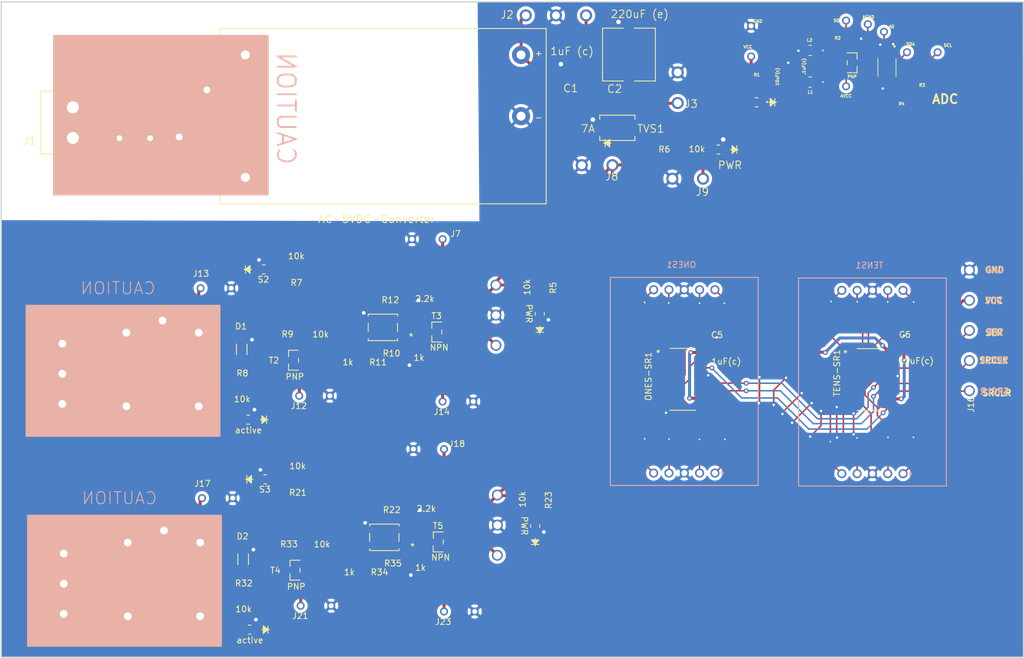
<source format=kicad_pcb>
(kicad_pcb (version 20240108) (generator "pcbnew") (generator_version "8.0")
  (layers (0 "F.Cu" signal) (1 "In1.Cu" power) (2 "In2.Cu" power) (31 "B.Cu" signal) (34 "B.Paste" user) (35 "F.Paste" user) (36 "B.SilkS" user "B.Silkscreen") (37 "F.SilkS" user "F.Silkscreen") (38 "B.Mask" user) (39 "F.Mask" user) (44 "Edge.Cuts" user))
  (net 0 "")
  (net 1 "/VCC")
  (net 2 "/GND")
  (net 3 "/COM_INLET")
  (net 4 "/N{slash}O_INLET")
  (net 5 "Net-(Q1-Pad1)")
  (net 6 "/INLET_VCC")
  (net 7 "/AGND")
  (net 8 "/AVCC")
  (net 9 "/A0")
  (net 10 "/SDA")
  (net 11 "/SCL")
  (net 12 "/O6")
  (net 13 "/O4")
  (net 14 "/O2")
  (net 15 "/O1")
  (net 16 "/O9")
  (net 17 "/O10")
  (net 18 "/O5")
  (net 19 "/O7")
  (net 20 "/T1")
  (net 21 "Net-(ONES1-Pad1)")
  (net 22 "Net-(ONES1-Pad2)")
  (net 23 "Net-(ONES1-Pad4)")
  (net 24 "Net-(ONES1-Pad5)")
  (net 25 "Net-(ONES1-Pad6)")
  (net 26 "Net-(ONES1-Pad7)")
  (net 27 "Net-(ONES1-Pad9)")
  (net 28 "Net-(ONES1-Pad10)")
  (net 30 "/T2")
  (net 31 "/T4")
  (net 32 "/T5")
  (net 33 "/T10")
  (net 34 "/T9")
  (net 35 "/T7")
  (net 36 "/T6")
  (net 37 "/SRCLK")
  (net 38 "/RCLK")
  (net 39 "/SER")
  (net 40 "/QH")
  (net 41 "Net-(R9-Pad2)")
  (net 42 "Net-(R14-Pad1)")
  (net 43 "/LIVE")
  (net 44 "/Neutral")
  (net 45 "Net-(u1-AC_L)")
  (net 46 "/S2")
  (net 47 "/S1")
  (net 48 "/OUTLET_VCC")
  (net 49 "Net-(R10-Pad2)")
  (net 50 "Net-(R11-Pad2)")
  (net 51 "Net-(R12-Pad2)")
  (net 52 "Net-(R13-Pad1)")
  (net 53 "Net-(R15-Pad1)")
  (net 54 "Net-(R16-Pad1)")
  (net 55 "Net-(J4-Pin_1)")
  (net 56 "Net-(J8-Pin_1)")
  (net 58 "/S0")
  (net 59 "Net-(R4-Pad1)")
  (net 61 "Net-(LED1-Pad2)")
  (net 62 "J21")
  (net 63 "OUT_PWR")
  (net 64 "J17")
  (net 65 "J12")
  (footprint "pPSI:7A TVS diode" (layer "F.Cu") (at 111.8664 34.2944 180)
    (property "Reference" "TVS1")
    (property "Value" "7A")
  )
  (footprint "pPSI:small signal diode" (layer "F.Cu") (at 49.8196 105.8412 -90)
    (property "Reference" "D2")
    (property "Value" "Small-Signal-Diode" (hide yes))
  )
  (footprint "pPSI:2 pin header" (layer "F.Cu") (at 83.1316 114.4992)
    (property "Reference" "J23")
    (property "Value" "Conn_01x02" (hide yes))
  )
  (footprint "pPSI:5V Relay" (layer "F.Cu") (at 42.690498 103.077899 90)
    (property "Reference" "J22" (hide yes))
    (property "Value" "5V-Relay" (hide yes))
  )
  (footprint "pPSI:green LED" (layer "F.Cu") (at 99.006102 65.153198 90)
    (property "Reference" "PWR")
    (property "Value" "green led" (hide yes))
  )
  (footprint "pPSI:100ohm resistor" (layer "F.Cu") (at 120.4432 87.7539 -90)
    (property "Reference" "R26" (hide yes))
    (property "Value" "100ohm-Resistor" (hide yes))
  )
  (footprint "pPSI:100ohm resistor" (layer "F.Cu") (at 129.6932 87.8237 -90)
    (property "Reference" "R25" (hide yes))
    (property "Value" "100ohm-Resistor" (hide yes))
  )
  (footprint "pPSI:red LED" (layer "F.Cu") (at 50.892248 117.50525 180)
    (property "Reference" "active")
    (property "Value" "red led" (hide yes))
  )
  (footprint "pPSI:100ohm resistor" (layer "F.Cu") (at 125.4932 65.2432 -90)
    (property "Reference" "R15" (hide yes))
    (property "Value" "100ohm-Resistor" (hide yes))
  )
  (footprint "pPSI:10kohm resistor" (layer "F.Cu") (at 58.791448 92.61045)
    (property "Reference" "R21")
    (property "Value" "10k")
  )
  (footprint "pPSI:2 pin header" (layer "F.Cu") (at 121.874 30.1796 90)
    (property "Reference" "J3")
    (property "Value" "Conn_01x02" (hide yes))
  )
  (footprint "pPSI:ac-dc converter" (layer "F.Cu") (at 50.1825 22.204)
    (property "Reference" "u1" (hide yes))
    (property "Value" "AC-5VDC-Converter")
  )
  (footprint "pPSI:100ohm resistor" (layer "F.Cu") (at 129.5932 65.2432 -90)
    (property "Reference" "R14" (hide yes))
    (property "Value" "100ohm-Resistor" (hide yes))
  )
  (footprint "pPSI:100ohm resistor" (layer "F.Cu") (at 116.3932 65.1127 -90)
    (property "Reference" "R13" (hide yes))
    (property "Value" "100ohm-Resistor" (hide yes))
  )
  (footprint "pPSI:1 pin header" (layer "F.Cu") (at 149.8 16.5127 180)
    (property "Reference" "S0")
    (property "Value" "Conn_01x01" (hide yes))
  )
  (footprint "pPSI:green LED" (layer "F.Cu") (at 98.24555 100.347548 90)
    (property "Reference" "PWR")
    (property "Value" "green led" (hide yes))
  )
  (footprint "pPSI:220uF electrolytic capacitor" (layer "F.Cu") (at 113.7968 22.1532 90)
    (property "Reference" "C2")
    (property "Value" "220uF (e)")
  )
  (footprint "pPSI:NPN Transistor" (layer "F.Cu") (at 82.1664 102.9676 90)
    (property "Reference" "T5")
    (property "Value" "NPN")
  )
  (footprint "pPSI:100ohm resistor" (layer "F.Cu") (at 160.9746 87.4737 -90)
    (property "Reference" "R28" (hide yes))
    (property "Value" "100ohm-Resistor" (hide yes))
  )
  (footprint "pPSI:3-pin-terminal-block" (layer "F.Cu") (at 19.830152 70.07575 -90)
    (property "Reference" "J10")
    (property "Value" "~")
  )
  (footprint "pPSI:.1uF ceramic capacitor" (layer "F.Cu") (at 159.3932 70.6432 90)
    (property "Reference" "C6")
    (property "Value" ".1uF(c)")
  )
  (footprint "pPSI:1 pin header" (layer "F.Cu") (at 156.075 18.3677)
    (property "Reference" "J6" (hide yes))
    (property "Value" "Conn_01x01" (hide yes))
  )
  (footprint "pPSI:PNP Transistor" (layer "F.Cu") (at 58.171 72.8318 90)
    (property "Reference" "T2")
    (property "Value" "PNP")
  )
  (footprint "pPSI:10kohm resistor" (layer "F.Cu") (at 157.075 29.5177 90)
    (property "Reference" "R4")
    (property "Value" "10kohm" (hide yes))
  )
  (footprint "pPSI:100ohm resistor" (layer "F.Cu") (at 120.3932 65.1734 -90)
    (property "Reference" "R16" (hide yes))
    (property "Value" "100ohm-Resistor" (hide yes))
  )
  (footprint "pPSI:green LED" (layer "F.Cu") (at 128.634 37.9 180)
    (property "Reference" "LED2" (hide yes))
    (property "Value" "PWR")
  )
  (footprint "pPSI:100ohm resistor" (layer "F.Cu") (at 156.7432 87.4737 -90)
    (property "Reference" "R30" (hide yes))
    (property "Value" "100ohm-Resistor" (hide yes))
  )
  (footprint "pPSI:10kohm resistor" (layer "F.Cu") (at 58.552 57.795)
    (property "Reference" "R7")
    (property "Value" "10k")
  )
  (footprint "pPSI:optocoupler" (layer "F.Cu") (at 72.986152 67.39015 180)
    (property "Reference" "Q1" (hide yes))
    (property "Value" "OPTOCOUPLER" (hide yes))
  )
  (footprint "pPSI:100ohm resistor" (layer "F.Cu") (at 151.6432 64.9932 -90)
    (property "Reference" "R17" (hide yes))
    (property "Value" "100ohm-Resistor" (hide yes))
  )
  (footprint "pPSI:10uF Ceramic Capacitor" (layer "F.Cu") (at 140.25 25.9127 -90)
    (property "Reference" "C4" (hide yes))
    (property "Value" "10uF(c)")
  )
  (footprint "pPSI:red LED" (layer "F.Cu") (at 50.6528 82.6898 180)
    (property "Reference" "active")
    (property "Value" "red led" (hide yes))
  )
  (footprint "pPSI:NPN Transistor" (layer "F.Cu") (at 81.926952 68.15215 90)
    (property "Reference" "T3")
    (property "Value" "NPN")
  )
  (footprint "pPSI:5V Relay" (layer "F.Cu") (at 42.45105 68.262449 90)
    (property "Reference" "J11" (hide yes))
    (property "Value" "5V-Relay" (hide yes))
  )
  (footprint "pPSI:100ohm resistor" (layer "F.Cu") (at 160.9932 65.0432 -90)
    (property "Reference" "R20" (hide yes))
    (property "Value" "100ohm-Resistor" (hide yes))
  )
  (footprint "pPSI:2 pin header" (layer "F.Cu") (at 159.895 21.7677)
    (property "Reference" "J5" (hide yes))
    (property "Value" "2-pin-header" (hide yes))
  )
  (footprint "pPSI:470V Varistor" (layer "F.Cu") (at 41.5084 31.7544 -90)
    (property "Reference" "MOV1")
    (property "Value" "470V-Varistor" (hide yes))
  )
  (footprint "pPSI:10kohm resistor" (layer "F.Cu") (at 60.036048 103.50705 180)
    (property "Reference" "R33")
    (property "Value" "10k")
  )
  (footprint "pPSI:5 pin header" (layer "F.Cu") (at 170.2432 77.8932 90)
    (property "Reference" "J16")
    (property "Value" "5-pin-header" (hide yes))
  )
  (footprint "pPSI:PNP Transistor" (layer "F.Cu") (at 58.410448 107.64725 90)
    (property "Reference" "T4")
    (property "Value" "PNP")
  )
  (footprint "pPSI:green LED" (layer "F.Cu") (at 134.95 30.0627 180)
    (property "Reference" "LED1" (hide yes))
    (property "Value" "PWR" (hide yes))
  )
  (footprint "pPSI:1kohm resistor" (layer "F.Cu") (at 77.0356 106.4912)
    (property "Reference" "R35")
    (property "Value" "1k")
  )
  (footprint "pPSI:2 pin header" (layer "F.Cu") (at 83.1316 87.5752 180)
    (property "Reference" "J18")
    (property "Value" "Conn_01x02" (hide yes))
  )
  (footprint "pPSI:1uF ceramic capacitor" (layer "F.Cu") (at 104.1448 24.7539 -90)
    (property "Reference" "C1")
    (property "Value" "1uF (c)")
  )
  (footprint "pPSI:100ohm resistor" (layer "F.Cu") (at 125.4932 87.8237 -90)
    (property "Reference" "R27" (hide yes))
    (property "Value" "100ohm-Resistor" (hide yes))
  )
  (footprint "pPSI:2.2kohm resisitor" (layer "F.Cu") (at 76.780152 62.82575 180)
    (property "Reference" "R12")
    (property "Value" "2.2k")
  )
  (footprint "pPSI:ferrite bead" (layer "F.Cu") (at 143.85 21.4627 180)
    (property "Reference" "L2")
    (property "Value" "Ferrite-Bead" (hide yes))
  )
  (footprint "pPSI:ferrite bead" (layer "F.Cu") (at 143.85 26.7127 180)
    (property "Reference" "L1")
    (property "Value" "Ferrite-Bead" (hide yes))
  )
  (footprint "pPSI:10kohm resistor" (layer "F.Cu") (at 134.2 27.3627 90)
    (property "Reference" "R1")
    (property "Value" "10k" (hide yes))
  )
  (footprint "pPSI:1kohm resistor" (layer "F.Cu") (at 70.043648 107.97745 -90)
    (property "Reference" "R34")
    (property "Value" "1k")
  )
  (footprint "pPSI:1 pin header" (layer "F.Cu") (at 149.8 27.4127)
    (property "Reference" "AVCC")
    (property "Value" "Conn_01x01" (hide yes))
  )
  (footprint "pPSI:10kohm resistor" (layer "F.Cu") (at 59.7966 68.6916 180)
    (property "Reference" "R9")
    (property "Value" "10k")
  )
  (footprint "pPSI:FUSE" (layer "F.Cu") (at 34.3964 36.0216 180)
    (property "Reference" "F1")
    (property "Value" "FUSE" (hide yes))
  )
  (footprint "pPSI:2 pin header" (layer "F.Cu") (at 42.9996 95.7032)
    (property "Reference" "J17")
    (property "Value" "Conn_01x02" (hide yes))
  )
  (footprint "pPSI:1kohm resistor" (layer "F.Cu") (at 69.8042 73.162 -90)
    (property "Reference" "R11")
    (property "Value" "1k")
  )
  (footprint "pPSI:10kohm resistor" (layer "F.Cu") (at 160.5027 26.4677 180)
    (property "Reference" "R3")
    (property "Value" "10kohm" (hide yes))
  )
  (footprint "pPSI:2.2kohm resisitor" (layer "F.Cu") (at 77.0196 97.6412 180)
    (property "Reference" "R22")
    (property "Value" "2.2k")
  )
  (footprint "pPSI:10kohm resistor" (layer "F.Cu") (at 49.6112 77.2006 -90)
    (property "Reference" "R8")
    (property "Value" "10k")
  )
  (footprint "pPSI:2 pin header" (layer "F.Cu") (at 59.1108 78.7246)
    (property "Reference" "J12")
    (property "Value" "Conn_01x02" (hide yes))
  )
  (footprint "pPSI:3 pin header" (layer "F.Cu") (at 91.731352 60.35815 -90)
    (property "Reference" "J15" (hide yes))
    (property "Value" "S1")
  )
  (footprint "pPSI:10kohm resistor" (layer "F.Cu") (at 99.030152 60.71055 90)
    (property "Reference" "R5")
    (property "Value" "10k")
  )
  (footprint "pPSI:optocoupler" (layer "F.Cu") (at 73.2256 102.2056 180)
    (property "Reference" "Q2" (hide yes))
    (property "Value" "OPTOCOUPLER" (hide yes))
  )
  (footprint "pPSI:2 pin header" (layer "F.Cu") (at 82.892152 79.68375)
    (property "Reference" "J14")
    (property "Value" "Conn_01x02" (hide yes))
  )
  (footprint "pPSI:10kohm resistor" (layer "F.Cu") (at 49.850648 112.01605 -90)
    (property "Reference" "R32")
    (property "Value" "10k")
  )
  (footprint "pPSI:green LED" (layer "F.Cu") (at 53.472248 92.58525)
    (property "Reference" "S3")
    (property "Value" "green led" (hide yes))
  )
  (footprint "pPSI:100ohm resistor" (layer "F.Cu") (at 156.6932 65.0039 -90)
    (property "Reference" "R18" (hide yes))
    (property "Value" "100ohm-Resistor" (hide yes))
  )
  (footprint "pPSI:10kohm resistor" (layer "F.Cu") (at 122.2205 37.9 180)
    (property "Reference" "R6")
    (property "Value" "10k")
  )
  (footprint "pPSI:100ohm resistor" (layer "F.Cu") (at 147.2932 64.9432 -90)
    (property "Reference" "R19" (hide yes))
    (property "Value" "100ohm-Resistor" (hide yes))
  )
  (footprint "pPSI:.1uF ceramic capacitor" (layer "F.Cu") (at 128.3932 70.8932 90)
    (property "Reference" "C5")
    (property "Value" ".1uF(c)")
  )
  (footprint "pPSI:2 pin header" (layer "F.Cu") (at 42.760152 60.88775)
    (property "Reference" "J13")
    (property "Value" "Conn_01x02" (hide yes))
  )
  (footprint "pPSI:10kohm resistor" (layer "F.Cu") (at 98.2696 95.9049 90)
    (property "Reference" "R23")
    (property "Value" "10k")
  )
  (footprint "pPSI:green LED" (layer "F.Cu") (at 53.2328 57.7698)
    (property "Reference" "S2")
    (property "Value" "green led" (hide yes))
  )
  (footprint "pPSI:ADS1115" (layer "F.Cu") (at 156.575 24.2877 -90)
    (property "Reference" "U1" (hide yes))
    (property "Value" "ADS1115IDGST" (hide yes))
  )
  (footprint "pPSI:3 pin header" (layer "F.Cu") (at 106.6848 15.6508 180)
    (property "Reference" "J2")
    (property "Value" "Conn_01x03" (hide yes))
  )
  (footprint "pPSI:2 pin header" (layer "F.Cu") (at 111.0536 40.492 180)
    (property "Reference" "J8")
    (property "Value" "Conn_01x02" (hide yes))
  )
  (footprint "pPSI:2 pin header" (layer "F.Cu") (at 126.0714 42.7288 180)
    (property "Reference" "J9")
    (property "Value" "Conn_01x02" (hide yes))
  )
  (footprint "pPSI:3 pin header" (layer "F.Cu") (at 91.9708 95.1736 -90)
    (property "Reference" "J19" (hide yes))
    (property "Value" "S2")
  )
  (footprint "pPSI:1 pin header" (layer "F.Cu") (at 153.4 17.1127 180)
    (property "Reference" "AGND")
    (property "Value" "Conn_01x01" (hide yes))
  )
  (footprint "pPSI:100ohm resistor" (layer "F.Cu") (at 151.6246 87.5737 -90)
    (property "Reference" "R31" (hide yes))
    (property "Value" "100ohm-Resistor" (hide yes))
  )
  (footprint "pPSI:1kohm resistor" (layer "F.Cu") (at 76.796152 71.67575)
    (property "Reference" "R10")
    (property "Value" "1k")
  )
  (footprint "pPSI:8 bit shift register" (layer "F.Cu") (at 122.6932 75.9932)
    (property "Reference" "ONES-SR1")
    (property "Value" "8bit-Shift-Register" (hide yes))
  )
  (footprint "pPSI:100ohm resistor" (layer "F.Cu") (at 116.3932 87.7237 -90)
    (property "Reference" "R24" (hide yes))
    (property "Value" "100ohm-Resistor" (hide yes))
  )
  (footprint "pPSI:2 pin header" (layer "F.Cu") (at 134.05 22.4627 90)
    (property "Reference" "J4" (hide yes))
    (property "Value" "2-pin-header" (hide yes))
  )
  (footprint "pPSI:2-pin-terminal-block" (layer "F.Cu") (at 21.5878 35.9708 90)
    (property "Reference" "J1")
    (property "Value" "~" (hide yes))
  )
  (footprint "pPSI:PNP Transistor" (layer "F.Cu") (at 150.8 23.5127 -90)
    (property "Reference" "T1" (hide yes))
    (property "Value" "PNP")
  )
  (footprint "pPSI:100ohm resistor" (layer "F.Cu") (at 147.1932 88.1932 -90)
    (property "Reference" "R29" (hide yes))
    (property "Value" "100ohm-Resistor" (hide yes))
  )
  (footprint "pPSI:2 pin header" (layer "F.Cu") (at 82.892152 52.75975 180)
    (property "Reference" "J7")
    (property "Value" "Conn_01x02" (hide yes))
  )
  (footprint "pPSI:3-pin-terminal-block" (layer "F.Cu") (at 20.0696 104.8912 -90)
    (property "Reference" "J20")
    (property "Value" "~")
  )
  (footprint "pPSI:2 pin header" (layer "F.Cu") (at 59.350248 113.54005)
    (property "Reference" "J21")
    (property "Value" "Conn_01x02" (hide yes))
  )
  (footprint "pPSI:small signal diode" (layer "F.Cu") (at 49.580152 71.02575 -90)
    (property "Reference" "D1")
    (property "Value" "Small-Signal-Diode" (hide yes))
  )
  (footprint "pPSI:.1uF ceramic capacitor" (layer "F.Cu") (at 144.75 24.1059 -90)
    (property "Reference" "C3" (hide yes))
    (property "Value" ".1uF(c)")
  )
  (footprint "pPSI:8 bit shift register" (layer "F.Cu") (at 153.7432 76.0432)
    (property "Reference" "TENS-SR1")
    (property "Value" "8bit-Shift-Register" (hide yes))
  )
  (footprint "pPSI:10kohm resistor" (layer "F.Cu") (at 150.5 19.4127 180)
    (property "Reference" "R2")
    (property "Value" "10k" (hide yes))
  )
  (footprint "pPSI:7 segment display" (layer "B.Cu") (at 139.7296 72.7472 180)
    (property "Reference" "ONES1")
    (property "Value" "7-Segment-Display" (hide yes))
  )
  (footprint "pPSI:7 segment display" (layer "B.Cu") (at 170.9296 72.8472 180)
    (property "Reference" "TENS1")
    (property "Value" "7-Segment-Display" (hide yes))
  )
  (gr_rect (start 13.7972 63.6878) (end 46.0044 85.481) (stroke (width 0.1)) (fill solid) (layer "B.SilkS"))
  (gr_rect (start 18.4036 18.989599) (end 53.9636 45.405599) (stroke (width 0.2)) (fill solid) (layer "B.SilkS"))
  (gr_rect (start 14.036648 98.50325) (end 46.243848 120.29645) (stroke (width 0.1)) (fill solid) (layer "B.SilkS"))
  (gr_line (start 41.28 82.179) (end 36.2 75.6766) (stroke (width 0.5)) (layer "F.SilkS"))
  (gr_line (start 36.2 75.6766) (end 36.2 69.1234) (stroke (width 0.5)) (layer "F.SilkS"))
  (gr_line (start 41.519448 116.99445) (end 36.439448 110.49205) (stroke (width 0.5)) (layer "F.SilkS"))
  (gr_line (start 36.439448 110.49205) (end 36.439448 103.93885) (stroke (width 0.5)) (layer "F.SilkS"))
  (gr_rect (start 9.7 13.4) (end 179.2 122.1) (stroke (width 0.2)) (fill none) (layer "Edge.Cuts"))
  (gr_text "SER" (at 176.0432 68.7432 0) (layer "B.SilkS") (effects (font (size 1 1) (thickness 0.25) (bold yes)) (justify left bottom mirror)))
  (gr_text "GND" (at 176.0432 58.4432 0) (layer "B.SilkS") (effects (font (size 1 1) (thickness 0.25) (bold yes)) (justify left bottom mirror)))
  (gr_text "SRCLR" (at 176.9932 78.5932 0) (layer "B.SilkS") (effects (font (size 1 1) (thickness 0.25) (bold yes)) (justify left bottom mirror)))
  (gr_text "CAUTION" (at 55.1736 40.6444 270) (layer "B.SilkS") (effects (font (size 3 3) (thickness 0.3) (bold yes)) (justify left bottom mirror)))
  (gr_text "SRCLK" (at 176.8432 73.4432 0) (layer "B.SilkS") (effects (font (size 1 1) (thickness 0.25) (bold yes)) (justify left bottom mirror)))
  (gr_text "CAUTION" (at 22.738 62.0622 0) (layer "B.SilkS") (effects (font (size 2 2)) (justify right bottom mirror)))
  (gr_text "CAUTION" (at 22.977448 96.87765 0) (layer "B.SilkS") (effects (font (size 2 2)) (justify right bottom mirror)))
  (gr_text "VCC\n" (at 175.7932 63.5432 0) (layer "B.SilkS") (effects (font (size 1 1) (thickness 0.25) (bold yes)) (justify left bottom mirror)))
  (gr_text "GND" (at 134.3 16.9127 0) (layer "F.SilkS") (effects (font (size 0.5 0.5) (thickness 0.125) (bold yes)) (justify left bottom)))
  (gr_text "SRCLR" (at 172.2432 78.8432 -0) (layer "F.SilkS") (effects (font (size 1 1) (thickness 0.25) (bold yes)) (justify left bottom)))
  (gr_text "N" (at 44.148 21.1864 0) (layer "F.SilkS") (effects (font (size 1 1)) (justify left bottom)))
  (gr_text "SCL" (at 165.9 20.9127 0) (layer "F.SilkS") (effects (font (size 0.5 0.5) (thickness 0.125) (bold yes)) (justify left bottom)))
  (gr_text "COM" (at 17.752 101.7484 0) (layer "F.SilkS") (effects (font (size 1.5 1.5) (thickness 0.1875)) (justify left bottom)))
  (gr_text "VCC\n" (at 172.7432 63.5432 -0) (layer "F.SilkS") (effects (font (size 1 1) (thickness 0.25) (bold yes)) (justify left bottom)))
  (gr_text "L" (at 44.148 42.2464 0) (layer "F.SilkS") (effects (font (size 1 1)) (justify left bottom)))
  (gr_text "VCC" (at 132.7 21.1627 0) (layer "F.SilkS") (effects (font (size 0.5 0.5) (thickness 0.125) (bold yes)) (justify left bottom)))
  (gr_text "-\n" (at 98.098 33.1564 0) (layer "F.SilkS") (effects (font (size 1 1)) (justify left bottom)))
  (gr_text "SER" (at 172.7432 68.8432 -0) (layer "F.SilkS") (effects (font (size 1 1) (thickness 0.25) (bold yes)) (justify left bottom)))
  (gr_text "GND" (at 172.7432 58.4432 -0) (layer "F.SilkS") (effects (font (size 1 1) (thickness 0.25) (bold yes)) (justify left bottom)))
  (gr_text "+" (at 98.098 22.5164 0) (layer "F.SilkS") (effects (font (size 1 1)) (justify left bottom)))
  (gr_text "ADC" (at 163.9 30.4127 0) (layer "F.SilkS") (effects (font (size 1.5 1.5) (thickness 0.3) (bold yes)) (justify left bottom)))
  (gr_text "A0" (at 156.8 17.8127 0) (layer "F.SilkS") (effects (font (size 0.5 0.5) (thickness 0.125) (bold yes)) (justify left bottom)))
  (gr_text "SRCLK" (at 171.7432 73.4432 -0) (layer "F.SilkS") (effects (font (size 1 1) (thickness 0.25) (bold yes)) (justify left bottom)))
  (gr_text "COM" (at 17.512552 66.93295 0) (layer "F.SilkS") (effects (font (size 1.5 1.5) (thickness 0.1875)) (justify left bottom)))
  (gr_text "SDA" (at 159.7 20.7127 0) (layer "F.SilkS") (effects (font (size 0.5 0.5) (thickness 0.125) (bold yes)) (justify left bottom)))
  (segment (start 84.1768 102.9676) (end 91.9708 95.1736) (width 0.5) (layer "F.Cu") (net 1))
  (segment (start 140.25 28.7627) (end 141.6273 30.14) (width 0.5) (layer "F.Cu") (net 1))
  (segment (start 111.0536 44.9536) (end 111.0536 40.492) (width 0.5) (layer "F.Cu") (net 1))
  (segment (start 98.1461 95.4061) (end 98.2696 95.2826) (width 0.5) (layer "F.Cu") (net 1))
  (segment (start 125.462748 71.5) (end 125.414548 71.5482) (width 0.5) (layer "F.Cu") (net 1))
  (segment (start 124.0482 71.5482) (end 124.0432 71.5432) (width 0.5) (layer "F.Cu") (net 1))
  (segment (start 115.4 49.3) (end 121.7 49.3) (width 0.5) (layer "F.Cu") (net 1))
  (segment (start 125.414548 71.5482) (end 124.0482 71.5482) (width 0.5) (layer "F.Cu") (net 1))
  (segment (start 140.25 26.715499) (end 142.971001 26.715499) (width 0.5) (layer "F.Cu") (net 1))
  (segment (start 106.6848 18.394) (end 106.7356 18.4448) (width 0.5) (layer "F.Cu") (net 1))
  (segment (start 103.8728 83.2716) (end 91.9708 95.1736) (width 0.5) (layer "F.Cu") (net 1))
  (segment (start 99.030152 63.83585) (end 98.930152 63.93585) (width 0.25) (layer "F.Cu") (net 1))
  (segment (start 156.464548 71.014548) (end 155.8432 70.3932) (width 0.5) (layer "F.Cu") (net 1))
  (segment (start 91.731352 60.35815) (end 98.668452 60.35815) (width 0.5) (layer "F.Cu") (net 1))
  (segment (start 117.886 34.2944) (end 121.4916 37.9) (width 0.5) (layer "F.Cu") (net 1))
  (segment (start 159.3932 71.25) (end 159.3932 72.7932) (width 0.5) (layer "F.Cu") (net 1))
  (segment (start 111.0536 40.492) (end 103.8728 47.6728) (width 0.5) (layer "F.Cu") (net 1))
  (segment (start 113.7968 31.0432) (end 113.7968 34.221) (width 0.5) (layer "F.Cu") (net 1))
  (segment (start 118.5212 30.2304) (end 118.4704 30.1796) (width 0.5) (layer "F.Cu") (net 1))
  (segment (start 106.7356 24.4082) (end 107.9548 25.6274) (width 0.5) (layer "F.Cu") (net 1))
  (segment (start 106.7356 18.4448) (end 106.7356 24.4082) (width 0.5) (layer "F.Cu") (net 1))
  (segment (start 113.6706 25.6274) (end 113.7968 25.5012) (width 0.5) (layer "F.Cu") (net 1))
  (segment (start 91.731352 59.814248) (end 91.731352 60.35815) (width 0.5) (layer "F.Cu") (net 1))
  (segment (start 125.389548 79.1432) (end 125.414548 79.1682) (width 0.5) (layer "F.Cu") (net 1))
  (segment (start 160.625 30.1677) (end 160.5973 30.14) (width 0.5) (layer "F.Cu") (net 1))
  (segment (start 146.3432 71.5432) (end 146.3 71.5) (width 0.5) (layer "F.Cu") (net 1))
  (segment (start 98.906652 60.21175) (end 99.030152 60.08825) (width 0.5) (layer "F.Cu") (net 1))
  (segment (start 128.3932 71.5) (end 125.462748 71.5) (width 0.5) (layer "F.Cu") (net 1))
  (segment (start 99.3259 25.6274) (end 95.9025 22.204) (width 0.5) (layer "F.Cu") (net 1))
  (segment (start 160.5973 30.14) (end 157.075 30.14) (width 0.5) (layer "F.Cu") (net 1))
  (segment (start 113.7968 25.5012) (end 113.7968 31.0432) (width 0.5) (layer "F.Cu") (net 1))
  (segment (start 118.4704 30.1796) (end 114.6604 30.1796) (width 0.5) (layer "F.Cu") (net 1))
  (segment (start 142.971001 26.715499) (end 142.9738 26.7127) (width 0.5) (layer "F.Cu") (net 1))
  (segment (start 159.3932 72.7932) (end 159.4432 72.8432) (width 0.5) (layer "F.Cu") (net 1))
  (segment (start 115.4 49.3) (end 111.0536 44.9536) (width 0.5) (layer "F.Cu") (net 1))
  (segment (start 103.8728 47.6728) (end 103.8728 83.2716) (width 0.5) (layer "F.Cu") (net 1))
  (segment (start 156.489548 79.2432) (end 156.464548 79.2182) (width 0.5) (layer "F.Cu") (net 1))
  (segment (start 130.7596 26.7404) (end 134.2 26.7404) (width 0.5) (layer "F.Cu") (net 1))
  (segment (start 137.8 71.5) (end 137.8 65.4) (width 0.5) (layer "F.Cu") (net 1))
  (segment (start 113.7234 39.5) (end 113.7234 39.6482) (width 0.5) (layer "F.Cu") (net 1))
  (segment (start 113.9334 34.2944) (end 117.886 34.2944) (width 0.5) (layer "F.Cu") (net 1))
  (segment (start 113.6396 25.6584) (end 113.7968 25.5012) (width 0.5) (layer "F.Cu") (net 1))
  (segment (start 123.2056 34.2944) (end 130.7596 26.7404) (width 0.5) (layer "F.Cu") (net 1))
  (segment (start 113.7234 34.2944) (end 113.7234 39.5) (width 0.5) (layer "F.Cu") (net 1))
  (segment (start 156.464548 71.5982) (end 156.464548 71.014548) (width 0.5) (layer "F.Cu") (net 1))
  (segment (start 134.2 26.7404) (end 140.225099 26.7404) (width 0.5) (layer "F.Cu") (net 1))
  (segment (start 123.8432 79.1432) (end 125.389548 79.1432) (width 0.5) (layer "F.Cu") (net 1))
  (segment (start 161.125 26.4677) (end 161.125 29.6677) (width 0.5) (layer "F.Cu") (net 1))
  (segment (start 111.0536 40.4412) (end 112.9304 40.4412) (width 0.5) (layer "F.Cu") (net 1))
  (segment (start 159.3932 71.25) (end 160.8965 71.25) (width 0.5) (layer "F.Cu") (net 1))
  (segment (start 81.2012 102.9676) (end 84.1768 102.9676) (width 0.5) (layer "F.Cu") (net 1))
  (segment (start 133.9167 26.4571) (end 134.2 26.7404) (width 0.5) (layer "F.Cu") (net 1))
  (segment (start 99.030152 64.082948) (end 99.006102 64.106998) (width 0.5) (layer "F.Cu") (net 1))
  (segment (start 146.3 71.5) (end 137.8 71.5) (width 0.5) (layer "F.Cu") (net 1))
  (segment (start 134.05 22.4627) (end 134.05 26.5904) (width 0.5) (layer "F.Cu") (net 1))
  (segment (start 80.961752 68.15215) (end 83.937352 68.15215) (width 0.5) (layer "F.Cu") (net 1))
  (segment (start 134.05 26.5904) (end 134.2 26.7404) (width 0.5) (layer "F.Cu") (net 1))
  (segment (start 104.1448 25.6274) (end 106.8372 25.6274) (width 0.5) (layer "F.Cu") (net 1))
  (segment (start 95.9025 16.4331) (end 96.6848 15.6508) (width 0.5) (layer "F.Cu") (net 1))
  (segment (start 158.9432 79.2432) (end 156.489548 79.2432) (width 0.5) (layer "F.Cu") (net 1))
  (segment (start 91.8473 95.0501) (end 91.9708 95.1736) (width 0.5) (layer "F.Cu") (net 1))
  (segment (start 107.9548 25.6274) (end 113.6706 25.6274) (width 0.5) (layer "F.Cu") (net 1))
  (segment (start 103.8728 47.6728) (end 91.731352 59.814248) (width 0.5) (layer "F.Cu") (net 1))
  (segment (start 156.812748 71.25) (end 156.464548 71.5982) (width 0.5) (layer "F.Cu") (net 1))
  (segment (start 98.2696 95.2826) (end 92.0607 95.2826) (width 0.5) (layer "F.Cu") (net 1))
  (segment (start 98.2696 99.0302) (end 98.1696 99.1302) (width 0.25) (layer "F.Cu") (net 1))
  (segment (start 141.6273 30.14) (end 157.075 30.14) (width 0.5) (layer "F.Cu") (net 1))
  (segment (start 113.7968 34.221) (end 113.7234 34.2944) (width 0.5) (layer "F.Cu") (net 1))
  (segment (start 161.125 29.6677) (end 160.625 30.1677) (width 0.5) (layer "F.Cu") (net 1))
  (segment (start 104.1448 25.6274) (end 99.3259 25.6274) (width 0.5) (layer "F.Cu") (net 1))
  (segment (start 113.7234 39.6482) (end 113.6952 39.6764) (width 0.5) (layer "F.Cu") (net 1))
  (segment (start 140.25 26.715499) (end 140.25 28.7627) (width 0.5) (layer "F.Cu") (net 1))
  (segment (start 159.3932 71.25) (end 156.812748 71.25) (width 0.5) (layer "F.Cu") (net 1))
  (segment (start 137.8 71.5) (end 128.3932 71.5) (width 0.5) (layer "F.Cu") (net 1))
  (segment (start 106.6848 15.6508) (end 106.6848 18.394) (width 0.5) (layer "F.Cu") (net 1))
  (segment (start 122.0264 30.2304) (end 118.5212 30.2304) (width 0.5) (layer "F.Cu") (net 1))
  (segment (start 121.7 49.3) (end 137.8 65.4) (width 0.5) (layer "F.Cu") (net 1))
  (segment (start 114.6604 30.1796) (end 113.7968 31.0432) (width 0.5) (layer "F.Cu") (net 1))
  (segment (start 91.607852 60.23465) (end 91.731352 60.35815) (width 0.5) (layer "F.Cu") (net 1))
  (segment (start 99.030152 61.42465) (end 99.030152 64.082948) (width 0.5) (layer "F.Cu") (net 1))
  (segment (start 106.8372 25.6274) (end 107.9548 25.6274) (width 0.5) (layer "F.Cu") (net 1))
  (segment (start 98.2696 96.5272) (end 98.2696 99.0302) (width 0.5) (layer "F.Cu") (net 1))
  (segment (start 95.9025 22.204) (end 95.9025 16.4331) (width 0.5) (layer "F.Cu") (net 1))
  (segment (start 83.937352 68.15215) (end 91.731352 60.35815) (width 0.5) (layer "F.Cu") (net 1))
  (segment (start 160.8965 71.25) (end 169.2033 62.9432) (width 0.5) (layer "F.Cu") (net 1))
  (segment (start 112.9304 40.4412) (end 113.6952 39.6764) (width 0.5) (layer "F.Cu") (net 1))
  (segment (start 113.9334 34.2944) (end 123.2056 34.2944) (width 0.5) (layer "F.Cu") (net 1))
  (segment (start 140.225099 26.7404) (end 140.25 26.715499) (width 0.5) (layer "F.Cu") (net 1))
  (via blind (at 124.0432 71.5432) (size 0.8) (drill 0.4) (layers "F.Cu" "B.Cu") (net 1))
  (via blind (at 159.4432 72.8432) (size 0.8) (drill 0.4) (layers "F.Cu" "B.Cu") (net 1))
  (via blind (at 158.9432 79.2432) (size 0.8) (drill 0.4) (layers "F.Cu" "B.Cu") (net 1))
  (via blind (at 155.8432 70.3932) (size 0.8) (drill 0.4) (layers "F.Cu" "B.Cu") (net 1))
  (via blind (at 123.8432 79.1432) (size 0.8) (drill 0.4) (layers "F.Cu" "B.Cu") (net 1))
  (via blind (at 146.3432 71.5432) (size 0.8) (drill 0.4) (layers "F.Cu" "B.Cu") (net 1))
  (segment (start 124.0432 71.5432) (end 123.8432 71.7432) (width 0.5) (layer "B.Cu") (net 1))
  (segment (start 159.0432 79.2432) (end 158.9432 79.2432) (width 0.5) (layer "B.Cu") (net 1))
  (segment (start 159.4432 78.8432) (end 159.0432 79.2432) (width 0.5) (layer "B.Cu") (net 1))
  (segment (start 123.8432 71.7432) (end 123.8432 79.1432) (width 0.5) (layer "B.Cu") (net 1))
  (segment (start 148.7432 69.1432) (end 146.3432 71.5432) (width 0.5) (layer "B.Cu") (net 1))
  (segment (start 154.5932 69.1432) (end 148.7432 69.1432) (width 0.5) (layer "B.Cu") (net 1))
  (segment (start 159.4432 72.8432) (end 159.4432 78.8432) (width 0.5) (layer "B.Cu") (net 1))
  (segment (start 155.8432 70.3932) (end 154.5932 69.1432) (width 0.5) (layer "B.Cu") (net 1))
  (segment (start 49.9214 104.2412) (end 49.8196 104.1394) (width 0.25) (layer "F.Cu") (net 2))
  (segment (start 99.006102 66.199398) (end 100.369902 66.199398) (width 0.5) (layer "F.Cu") (net 2))
  (segment (start 51.938448 115.85145) (end 51.932248 115.84525) (width 0.25) (layer "F.Cu") (net 2))
  (segment (start 52.4581 57.7698) (end 52.4581 56.2091) (width 0.5) (layer "F.Cu") (net 2))
  (segment (start 151.021852 80.4882) (end 151.021852 81.621852) (width 0.25) (layer "F.Cu") (net 2))
  (segment (start 79.118198 97.6412) (end 79.152248 97.67525) (width 0.5) (layer "F.Cu") (net 2))
  (segment (start 109.166 34.2944) (end 107.808 32.9364) (width 0.5) (layer "F.Cu") (net 2))
  (segment (start 100.369902 66.199398) (end 100.436102 66.133198) (width 0.5) (layer "F.Cu") (net 2))
  (segment (start 125.414548 75.3582) (end 126.9282 75.3582) (width 0.25) (layer "F.Cu") (net 2))
  (segment (start 139.2432 81.4932) (end 139.2432 81.7432) (width 0.25) (layer "F.Cu") (net 2))
  (segment (start 119.971852 80.4382) (end 119.971852 81.514548) (width 0.25) (layer "F.Cu") (net 2))
  (segment (start 156.464548 75.4082) (end 158.3082 75.4082) (width 0.25) (layer "F.Cu") (net 2))
  (segment (start 77.418452 71.67575) (end 77.418452 73.624148) (width 0.5) (layer "F.Cu") (net 2))
  (segment (start 151.3141 19.5127) (end 151.2141 19.4127) (width 0.25) (layer "F.Cu") (net 2))
  (segment (start 145.6432 83.6932) (end 143.8432 85.4932) (width 0.25) (layer "F.Cu") (net 2))
  (segment (start 140.25 25.109901) (end 140.25 23.5627) (width 0.25) (layer "F.Cu") (net 2))
  (segment (start 110.0094 34.2944) (end 109.166 34.2944) (width 0.25) (layer "F.Cu") (net 2))
  (segment (start 51.938448 117.50525) (end 51.938448 115.85145) (width 0.5) (layer "F.Cu") (net 2))
  (segment (start 69.811152 66.12015) (end 69.811152 64.981448) (width 0.5) (layer "F.Cu") (net 2))
  (segment (start 51.699 82.6898) (end 51.699 81.036) (width 0.5) (layer "F.Cu") (net 2))
  (segment (start 142.9738 21.4627) (end 141.95 21.4627) (width 0.25) (layer "F.Cu") (net 2))
  (segment (start 135.7247 30.0627) (end 136.65 30.0627) (width 0.25) (layer "F.Cu") (net 2))
  (segment (start 49.681952 69.42575) (end 49.580152 69.32395) (width 0.25) (layer "F.Cu") (net 2))
  (segment (start 76.4006 106.4785) (end 76.4133 106.4912) (width 0.25) (layer "F.Cu") (net 2))
  (segment (start 142.4432 78.2932) (end 139.2432 81.4932) (width 0.25) (layer "F.Cu") (net 2))
  (segment (start 140.25 23.5627) (end 140.2 23.5127) (width 0.25) (layer "F.Cu") (net 2))
  (segment (start 151.0432 85.1432) (end 151.0432 81.6432) (width 0.25) (layer "F.Cu") (net 2))
  (segment (start 77.7354 97.6412) (end 79.118198 97.6412) (width 0.5) (layer "F.Cu") (net 2))
  (segment (start 136.65 30.0627) (end 136.7 30.0127) (width 0.25) (layer "F.Cu") (net 2))
  (segment (start 137.7932 77.7932) (end 137.7932 80.2432) (width 0.25) (layer "F.Cu") (net 2))
  (segment (start 52.697548 92.58525) (end 52.697548 91.02455) (width 0.5) (layer "F.Cu") (net 2))
  (segment (start 140.8432 83.1432) (end 140.8432 83.1932) (width 0.25) (layer "F.Cu") (net 2))
  (segment (start 52.697548 91.02455) (end 52.683048 91.01005) (width 0.25) (layer "F.Cu") (net 2))
  (segment (start 119.971852 81.514548) (end 119.9432 81.5432) (width 0.25) (layer "F.Cu") (net 2))
  (segment (start 78.87875 62.82575) (end 78.9128 62.8598) (width 0.5) (layer "F.Cu") (net 2))
  (segment (start 155.575 27.4677) (end 155.575 26.4377) (width 0.25) (layer "F.Cu") (net 2))
  (segment (start 129.4087 36.2383) (end 129.4206 36.2264) (width 0.25) (layer "F.Cu") (net 2))
  (segment (start 77.6579 106.4912) (end 77.6579 108.439598) (width 0.5) (layer "F.Cu") (net 2))
  (segment (start 69.811152 64.981448) (end 69.8128 64.9798) (width 0.25) (layer "F.Cu") (net 2))
  (segment (start 152.3 19.5127) (end 151.3141 19.5127) (width 0.25) (layer "F.Cu") (net 2))
  (segment (start 148.2432 80.5932) (end 148.2432 85.6177) (width 0.25) (layer "F.Cu") (net 2))
  (segment (start 113.7968 18.8052) (end 113.7968 18.4752) (width 0.25) (layer "F.Cu") (net 2))
  (segment (start 155.575 20.6127) (end 155.575 22.1377) (width 0.25) (layer "F.Cu") (net 2))
  (segment (start 139.1932 81.7432) (end 139.2432 81.7432) (width 0.25) (layer "F.Cu") (net 2))
  (segment (start 70.0506 100.9356) (end 70.0506 99.796898) (width 0.5) (layer "F.Cu") (net 2))
  (segment (start 155.875 27.7677) (end 156.075 27.5677) (width 0.25) (layer "F.Cu") (net 2))
  (segment (start 77.418452 73.624148) (end 77.3928 73.6498) (width 0.25) (layer "F.Cu") (net 2))
  (segment (start 151.021852 81.621852) (end 151.0432 81.6432) (width 0.25) (layer "F.Cu") (net 2))
  (segment (start 113.7968 18.4752) (end 112.058 16.7364) (width 0.5) (layer "F.Cu") (net 2))
  (segment (start 104.1448 23.8804) (end 102.652 23.8804) (width 0.5) (layer "F.Cu") (net 2))
  (segment (start 51.2828 69.42575) (end 49.681952 69.42575) (width 0.5) (layer "F.Cu") (net 2))
  (segment (start 145.6432 81.2432) (end 145.6432 83.6932) (width 0.25) (layer "F.Cu") (net 2))
  (segment (start 157.575 20.4377) (end 157.575 22.1377) (width 0.25) (layer "F.Cu") (net 2))
  (segment (start 159.3932 70.0364) (end 159.3932 68.7432) (width 0.25) (layer "F.Cu") (net 2))
  (segment (start 76.4006 103.4756) (end 76.4006 106.4785) (width 0.5) (layer "F.Cu") (net 2))
  (segment (start 99.60935 101.393748) (end 99.67555 101.327548) (width 0.5) (layer "F.Cu") (net 2))
  (segment (start 51.699 81.036) (end 51.6928 81.0298) (width 0.25) (layer "F.Cu") (net 2))
  (segment (start 158.3082 75.4082) (end 158.3432 75.4432) (width 0.25) (layer "F.Cu") (net 2))
  (segment (start 129.4087 37.9) (end 129.4087 37.9645) (width 0.25) (layer "F.Cu") (net 2))
  (segment (start 155.875 27.7677) (end 155.575 27.4677) (width 0.25) (layer "F.Cu") (net 2))
  (segment (start 128.3932 70.2864) (end 128.3932 69.0932) (width 0.25) (layer "F.Cu") (net 2))
  (segment (start 102.652 23.8804) (end 102.508 23.7364) (width 0.25) (layer "F.Cu") (net 2))
  (segment (start 157.6 20.4127) (end 157.575 20.4377) (width 0.25) (layer "F.Cu") (net 2))
  (segment (start 98.24555 101.393748) (end 99.60935 101.393748) (width 0.5) (layer "F.Cu") (net 2))
  (segment (start 51.522248 104.2412) (end 49.9214 104.2412) (width 0.5) (layer "F.Cu") (net 2))
  (segment (start 52.4581 56.2091) (end 52.4436 56.1946) (width 0.25) (layer "F.Cu") (net 2))
  (segment (start 144.0932 79.9432) (end 140.8432 83.1932) (width 0.25) (layer "F.Cu") (net 2))
  (segment (start 156.075 27.5677) (end 156.075 26.4377) (width 0.25) (layer "F.Cu") (net 2))
  (segment (start 135.4432 79.8432) (end 135.3432 79.9432) (width 0.25) (layer "F.Cu") (net 2))
  (segment (start 126.9282 75.3582) (end 126.9432 75.3432) (width 0.25) (layer "F.Cu") (net 2))
  (segment (start 128.3932 69.0932) (end 128.3432 69.0432) (width 0.25) (layer "F.Cu") (net 2))
  (segment (start 135.4432 75.6432) (end 135.4432 79.8432) (width 0.25) (layer "F.Cu") (net 2))
  (segment (start 155.475 20.5127) (end 155.575 20.6127) (width 0.25) (layer "F.Cu") (net 2))
  (segment (start 148.2432 85.6177) (end 148.2932 85.6677) (width 0.25) (layer "F.Cu") (net 2))
  (segment (start 129.4087 37.9) (end 129.4087 36.2383) (width 0.5) (layer "F.Cu") (net 2))
  (segment (start 70.0506 99.796898) (end 70.052248 99.79525) (width 0.25) (layer "F.Cu") (net 2))
  (segment (start 141.95 21.4627) (end 141.9 21.5127) (width 0.25) (layer "F.Cu") (net 2))
  (segment (start 77.495952 62.82575) (end 78.87875 62.82575) (width 0.5) (layer "F.Cu") (net 2))
  (segment (start 139.8432 75.7432) (end 137.7932 77.7932) (width 0.25) (layer "F.Cu") (net 2))
  (segment (start 77.6579 108.439598) (end 77.632248 108.46525) (width 0.25) (layer "F.Cu") (net 2))
  (via blind (at 99.67555 101.327548) (size 0.8) (drill 0.6) (layers "F.Cu" "B.Cu") (net 2))
  (via blind (at 140.2 23.5127) (size 0.6) (drill 0.4) (layers "F.Cu" "B.Cu") (net 2))
  (via blind (at 69.8128 64.9798) (size 0.8) (drill 0.6) (layers "F.Cu" "B.Cu") (net 2))
  (via blind (at 155.875 27.7677) (size 0.6) (drill 0.4) (layers "F.Cu" "B.Cu") (net 2))
  (via blind (at 51.932248 115.84525) (size 0.8) (drill 0.6) (layers "F.Cu" "B.Cu") (net 2))
  (via blind (at 128.3432 69.0432) (size 0.8) (drill 0.4) (layers "F.Cu" "B.Cu") (net 2))
  (via blind (at 119.9432 81.5432) (size 0.8) (drill 0.4) (layers "F.Cu" "B.Cu") (net 2))
  (via blind (at 100.436102 66.133198) (size 0.8) (drill 0.6) (layers "F.Cu" "B.Cu") (net 2))
  (via blind (at 157.6 20.4127) (size 0.6) (drill 0.4) (layers "F.Cu" "B.Cu") (net 2))
  (via blind (at 139.2432 81.7432) (size 0.8) (drill 0.4) (layers "F.Cu" "B.Cu") (net 2))
  (via blind (at 136.7 30.0127) (size 0.5) (drill 0.3) (layers "F.Cu" "B.Cu") (net 2))
  (via blind (at 77.632248 108.46525) (size 0.8) (drill 0.6) (layers "F.Cu" "B.Cu") (net 2))
  (via blind (at 51.2828 69.42575) (size 0.8) (drill 0.6) (layers "F.Cu" "B.Cu") (net 2))
  (via blind (at 107.808 32.9364) (size 1) (drill 0.75) (layers "F.Cu" "B.Cu") (net 2))
  (via blind (at 135.3432 79.9432) (size 0.8) (drill 0.4) (layers "F.Cu" "B.Cu") (net 2))
  (via blind (at 144.0932 79.9432) (size 0.8) (drill 0.4) (layers "F.Cu" "B.Cu") (net 2))
  (via blind (at 155.475 20.5127) (size 0.6) (drill 0.4) (layers "F.Cu" "B.Cu") (net 2))
  (via blind (at 51.6928 81.0298) (size 0.8) (drill 0.6) (layers "F.Cu" "B.Cu") (net 2))
  (via blind (at 139.8432 75.7432) (size 0.8) (drill 0.4) (layers "F.Cu" "B.Cu") (net 2))
  (via blind (at 151.0432 81.6432) (size 0.8) (drill 0.4) (layers "F.Cu" "B.Cu") (net 2))
  (via blind (at 152.3 19.5127) (size 0.6) (drill 0.4) (layers "F.Cu" "B.Cu") (net 2))
  (via blind (at 51.522248 104.2412) (size 0.8) (drill 0.6) (layers "F.Cu" "B.Cu") (net 2))
  (via blind (at 126.9432 75.3432) (size 0.8) (drill 0.4) (layers "F.Cu" "B.Cu") (net 2))
  (via blind (at 151.0432 85.1432) (size 0.8) (drill 0.4) (layers "F.Cu" "B.Cu") (net 2))
  (via blind (at 158.3432 75.4432) (size 0.8) (drill 0.4) (layers "F.Cu" "B.Cu") (net 2))
  (via blind (at 70.052248 99.79525) (size 0.8) (drill 0.6) (layers "F.Cu" "B.Cu") (net 2))
  (via blind (at 141.9 21.5127) (size 0.6) (drill 0.4) (layers "F.Cu" "B.Cu") (net 2))
  (via blind (at 148.2432 80.5932) (size 0.8) (drill 0.4) (layers "F.Cu" "B.Cu") (net 2))
  (via blind (at 112.058 16.7364) (size 1) (drill 0.75) (layers "F.Cu" "B.Cu") (net 2))
  (via blind (at 148.2932 85.6677) (size 0.8) (drill 0.4) (layers "F.Cu" "B.Cu") (net 2))
  (via blind (at 145.6432 81.2432) (size 0.8) (drill 0.4) (layers "F.Cu" "B.Cu") (net 2))
  (via blind (at 77.3928 73.6498) (size 0.8) (drill 0.6) (layers "F.Cu" "B.Cu") (net 2))
  (via blind (at 52.683048 91.01005) (size 0.8) (drill 0.6) (layers "F.Cu" "B.Cu") (net 2))
  (via blind (at 143.8432 85.4932) (size 0.8) (drill 0.4) (layers "F.Cu" "B.Cu") (net 2))
  (via blind (at 78.9128 62.8598) (size 0.8) (drill 0.6) (layers "F.Cu" "B.Cu") (net 2))
  (via blind (at 129.4206 36.2264) (size 1) (drill 0.75) (layers "F.Cu" "B.Cu") (net 2))
  (via blind (at 142.4432 78.2932) (size 0.8) (drill 0.4) (layers "F.Cu" "B.Cu") (net 2))
  (via blind (at 137.7932 80.2432) (size 0.8) (drill 0.4) (layers "F.Cu" "B.Cu") (net 2))
  (via blind (at 135.4432 75.6432) (size 0.8) (drill 0.4) (layers "F.Cu" "B.Cu") (net 2))
  (via blind (at 140.8432 83.1932) (size 0.8) (drill 0.4) (layers "F.Cu" "B.Cu") (net 2))
  (via blind (at 159.3932 68.7432) (size 0.8) (drill 0.4) (layers "F.Cu" "B.Cu") (net 2))
  (via blind (at 79.152248 97.67525) (size 0.8) (drill 0.6) (layers "F.Cu" "B.Cu") (net 2))
  (via blind (at 102.508 23.7364) (size 1) (drill 0.75) (layers "F.Cu" "B.Cu") (net 2))
  (via blind (at 52.4436 56.1946) (size 0.8) (drill 0.6) (layers "F.Cu" "B.Cu") (net 2))
  (segment (start 33.5 108.2) (end 36.690497 105.009503) (width 2.5) (layer "F.Cu") (net 3))
  (segment (start 23.3908 108.2) (end 33.5 108.2) (width 2.5) (layer "F.Cu") (net 3))
  (segment (start 36.451049 70.194053) (end 36.451049 66.262449) (width 2.5) (layer "F.Cu") (net 3))
  (segment (start 19.950952 70.18415) (end 23.151352 73.38455) (width 2.5) (layer "F.Cu") (net 3))
  (segment (start 23.151352 73.38455) (end 33.260552 73.38455) (width 2.5) (layer "F.Cu") (net 3))
  (segment (start 33.260552 73.38455) (end 36.451049 70.194053) (width 2.5) (layer "F.Cu") (net 3))
  (segment (start 36.690497 105.009503) (end 36.690497 101.077899) (width 2.5) (layer "F.Cu") (net 3))
  (segment (start 20.1904 104.9996) (end 23.3908 108.2) (width 2.5) (layer "F.Cu") (net 3))
  (segment (start 30.172753 80.18415) (end 30.451053 80.46245) (width 2.5) (layer "F.Cu") (net 4))
  (segment (start 19.950952 80.18415) (end 30.172753 80.18415) (width 2.5) (layer "F.Cu") (net 4))
  (segment (start 30.412201 114.9996) (end 30.690501 115.2779) (width 2.5) (layer "F.Cu") (net 4))
  (segment (start 20.1904 114.9996) (end 30.412201 114.9996) (width 2.5) (layer "F.Cu") (net 4))
  (segment (start 76.161152 71.66305) (end 76.173852 71.67575) (width 0.25) (layer "F.Cu") (net 5))
  (segment (start 76.161152 68.66015) (end 76.161152 71.66305) (width 0.5) (layer "F.Cu") (net 5))
  (segment (start 82.892152 67.19965) (end 82.892152 62.69115) (width 0.5) (layer "F.Cu") (net 6))
  (segment (start 82.892152 62.69115) (end 82.892152 52.75975) (width 0.5) (layer "F.Cu") (net 6))
  (segment (start 59.1743 57.795) (end 59.1743 68.6916) (width 0.5) (layer "F.Cu") (net 6))
  (segment (start 77.989952 57.78895) (end 64.972452 57.78895) (width 0.5) (layer "F.Cu") (net 6))
  (segment (start 61.702452 57.77575) (end 61.683202 57.795) (width 0.5) (layer "F.Cu") (net 6))
  (segment (start 64.972452 57.78895) (end 64.959252 57.77575) (width 0.5) (layer "F.Cu") (net 6))
  (segment (start 59.1743 71.8412) (end 59.1362 71.8793) (width 0.5) (layer "F.Cu") (net 6))
  (segment (start 64.959252 57.77575) (end 61.702452 57.77575) (width 0.5) (layer "F.Cu") (net 6))
  (segment (start 61.683202 57.795) (end 59.1743 57.795) (width 0.5) (layer "F.Cu") (net 6))
  (segment (start 82.892152 62.69115) (end 77.989952 57.78895) (width 0.5) (layer "F.Cu") (net 6))
  (segment (start 59.1743 68.6916) (end 59.1743 71.8412) (width 0.5) (layer "F.Cu") (net 6))
  (segment (start 156.575 22.1377) (end 156.575 22.966068) (width 0.25) (layer "F.Cu") (net 7))
  (segment (start 151.7516 23.4991) (end 151.7652 23.5127) (width 0.5) (layer "F.Cu") (net 7))
  (segment (start 156.575 22.966068) (end 156.028368 23.5127) (width 0.25) (layer "F.Cu") (net 7))
  (segment (start 144.75 23.4991) (end 144.75 21.4865) (width 0.5) (layer "F.Cu") (net 7))
  (segment (start 153.8 23.5127) (end 151.7652 23.5127) (width 0.25) (layer "F.Cu") (net 7))
  (segment (start 153.4 23.1127) (end 153.8 23.5127) (width 0.25) (layer "F.Cu") (net 7))
  (segment (start 156.028368 23.5127) (end 153.8 23.5127) (width 0.25) (layer "F.Cu") (net 7))
  (segment (start 144.75 23.4991) (end 151.7516 23.4991) (width 0.5) (layer "F.Cu") (net 7))
  (segment (start 144.75 21.4865) (end 144.7262 21.4627) (width 0.5) (layer "F.Cu") (net 7))
  (segment (start 153.4 17.1127) (end 153.4 23.1127) (width 0.25) (layer "F.Cu") (net 7))
  (segment (start 145 24.7127) (end 145.2475 24.4652) (width 0.5) (layer "F.Cu") (net 8))
  (segment (start 144.75 24.7127) (end 145 24.7127) (width 0.5) (layer "F.Cu") (net 8))
  (segment (start 144.7262 26.7127) (end 144.7262 24.7365) (width 0.5) (layer "F.Cu") (net 8))
  (segment (start 145.2475 24.4652) (end 149.8348 24.4652) (width 0.5) (layer "F.Cu") (net 8))
  (segment (start 149.8 27.4127) (end 149.8 24.5) (width 0.25) (layer "F.Cu") (net 8))
  (segment (start 156.6 25.634641) (end 155.430559 24.4652) (width 0.25) (layer "F.Cu") (net 8))
  (segment (start 149.8 24.5) (end 149.8348 24.4652) (width 0.25) (layer "F.Cu") (net 8))
  (segment (start 156.575 26.4377) (end 156.6 26.4127) (width 0.25) (layer "F.Cu") (net 8))
  (segment (start 155.430559 24.4652) (end 149.8348 24.4652) (width 0.25) (layer "F.Cu") (net 8))
  (segment (start 156.6 26.4127) (end 156.6 25.634641) (width 0.25) (layer "F.Cu") (net 8))
  (segment (start 144.7262 24.7365) (end 144.75 24.7127) (width 0.5) (layer "F.Cu") (net 8))
  (segment (start 156.075 18.3177) (end 156.1 18.3427) (width 0.25) (layer "F.Cu") (net 9))
  (segment (start 156.1 18.3427) (end 156.1 22.1127) (width 0.25) (layer "F.Cu") (net 9))
  (segment (start 156.1 22.1127) (end 156.075 22.1377) (width 0.25) (layer "F.Cu") (net 9))
  (segment (start 157.075 26.4377) (end 157.075 24.5877) (width 0.25) (layer "F.Cu") (net 10))
  (segment (start 157.075 24.5877) (end 159.895 21.7677) (width 0.25) (layer "F.Cu") (net 10))
  (segment (start 157.075 28.8954) (end 157.075 26.4377) (width 0.25) (layer "F.Cu") (net 10))
  (segment (start 157.605 26.4677) (end 157.575 26.4377) (width 0.25) (layer "F.Cu") (net 11))
  (segment (start 159.8804 26.4677) (end 157.605 26.4677) (width 0.25) (layer "F.Cu") (net 11))
  (segment (start 157.575 26.4377) (end 157.575 25.5177) (width 0.25) (layer "F.Cu") (net 11))
  (segment (start 157.575 25.5177) (end 158.975 24.1177) (width 0.25) (layer "F.Cu") (net 11))
  (segment (start 158.975 24.1177) (end 162.625 24.1177) (width 0.25) (layer "F.Cu") (net 11))
  (segment (start 162.625 24.1177) (end 164.975 21.7677) (width 0.25) (layer "F.Cu") (net 11))
  (segment (start 118.8982 71.5482) (end 116.3932 69.0432) (width 0.25) (layer "F.Cu") (net 12))
  (segment (start 116.3932 69.0432) (end 116.3932 65.7322) (width 0.25) (layer "F.Cu") (net 12))
  (segment (start 119.971852 71.5482) (end 118.8982 71.5482) (width 0.25) (layer "F.Cu") (net 12))
  (segment (start 119.971852 72.8182) (end 119.523403 72.8182) (width 0.25) (layer "F.Cu") (net 13))
  (segment (start 119.523403 72.8182) (end 116.4932 75.848403) (width 0.25) (layer "F.Cu") (net 13))
  (segment (start 116.4932 85.9432) (end 116.3932 86.0432) (width 0.25) (layer "F.Cu") (net 13))
  (segment (start 116.3932 86.0432) (end 116.3932 87.1042) (width 0.25) (layer "F.Cu") (net 13))
  (segment (start 116.4932 75.848403) (end 116.4932 85.9432) (width 0.25) (layer "F.Cu") (net 13))
  (segment (start 118.1932 75.418403) (end 118.1932 85.7432) (width 0.25) (layer "F.Cu") (net 14))
  (segment (start 118.7432 86.2932) (end 119.602 86.2932) (width 0.25) (layer "F.Cu") (net 14))
  (segment (start 119.971852 74.0882) (end 119.523403 74.0882) (width 0.25) (layer "F.Cu") (net 14))
  (segment (start 118.1932 85.7432) (end 118.7432 86.2932) (width 0.25) (layer "F.Cu") (net 14))
  (segment (start 119.523403 74.0882) (end 118.1932 75.418403) (width 0.25) (layer "F.Cu") (net 14))
  (segment (start 119.602 86.2932) (end 120.4432 87.1344) (width 0.25) (layer "F.Cu") (net 14))
  (segment (start 120.3932 66.2432) (end 120.3932 65.7929) (width 0.25) (layer "F.Cu") (net 15))
  (segment (start 121.4932 74.285301) (end 121.4932 67.3432) (width 0.25) (layer "F.Cu") (net 15))
  (segment (start 121.4932 67.3432) (end 120.3932 66.2432) (width 0.25) (layer "F.Cu") (net 15))
  (segment (start 120.420301 75.3582) (end 121.4932 74.285301) (width 0.25) (layer "F.Cu") (net 15))
  (segment (start 119.971852 75.3582) (end 120.420301 75.3582) (width 0.25) (layer "F.Cu") (net 15))
  (segment (start 124.7127 66.6432) (end 125.4932 65.8627) (width 0.25) (layer "F.Cu") (net 16))
  (segment (start 123.7432 66.6432) (end 124.7127 66.6432) (width 0.25) (layer "F.Cu") (net 16))
  (segment (start 122.4932 67.8932) (end 123.7432 66.6432) (width 0.25) (layer "F.Cu") (net 16))
  (segment (start 122.4932 74.555301) (end 122.4932 67.8932) (width 0.25) (layer "F.Cu") (net 16))
  (segment (start 119.971852 76.6282) (end 120.420301 76.6282) (width 0.25) (layer "F.Cu") (net 16))
  (segment (start 120.420301 76.6282) (end 122.4932 74.555301) (width 0.25) (layer "F.Cu") (net 16))
  (segment (start 128.0932 66.7932) (end 128.6627 66.7932) (width 0.25) (layer "F.Cu") (net 17))
  (segment (start 123.0932 71.1932) (end 123.7932 70.4932) (width 0.25) (layer "F.Cu") (net 17))
  (segment (start 123.7932 70.4932) (end 124.3932 70.4932) (width 0.25) (layer "F.Cu") (net 17))
  (segment (start 123.0932 75.225301) (end 123.0932 71.1932) (width 0.25) (layer "F.Cu") (net 17))
  (segment (start 128.6627 66.7932) (end 129.5932 65.8627) (width 0.25) (layer "F.Cu") (net 17))
  (segment (start 119.971852 77.8982) (end 120.420301 77.8982) (width 0.25) (layer "F.Cu") (net 17))
  (segment (start 120.420301 77.8982) (end 123.0932 75.225301) (width 0.25) (layer "F.Cu") (net 17))
  (segment (start 124.3932 70.4932) (end 128.0932 66.7932) (width 0.25) (layer "F.Cu") (net 17))
  (segment (start 122.2932 83.8932) (end 124.5432 86.1432) (width 0.25) (layer "F.Cu") (net 18))
  (segment (start 124.5432 86.1432) (end 124.5432 86.2542) (width 0.25) (layer "F.Cu") (net 18))
  (segment (start 119.971852 79.1682) (end 120.358301 79.1682) (width 0.25) (layer "F.Cu") (net 18))
  (segment (start 122.2932 81.103099) (end 122.2932 83.8932) (width 0.25) (layer "F.Cu") (net 18))
  (segment (start 120.358301 79.1682) (end 122.2932 81.103099) (width 0.25) (layer "F.Cu") (net 18))
  (segment (start 124.5432 86.2542) (end 125.4932 87.2042) (width 0.25) (layer "F.Cu") (net 18))
  (segment (start 128.1432 86.3432) (end 128.8322 86.3432) (width 0.25) (layer "F.Cu") (net 19))
  (segment (start 123.7432 81.9432) (end 128.1432 86.3432) (width 0.25) (layer "F.Cu") (net 19))
  (segment (start 122.3432 77.4432) (end 122.3432 78.9432) (width 0.25) (layer "F.Cu") (net 19))
  (segment (start 123.7432 74.041099) (end 123.7432 76.0432) (width 0.25) (layer "F.Cu") (net 19))
  (segment (start 125.414548 72.8182) (end 124.966099 72.8182) (width 0.25) (layer "F.Cu") (net 19))
  (segment (start 128.8322 86.3432) (end 129.6932 87.2042) (width 0.25) (layer "F.Cu") (net 19))
  (segment (start 122.3432 78.9432) (end 123.7432 80.3432) (width 0.25) (layer "F.Cu") (net 19))
  (segment (start 123.7432 80.3432) (end 123.7432 81.9432) (width 0.25) (layer "F.Cu") (net 19))
  (segment (start 123.7432 76.0432) (end 122.3432 77.4432) (width 0.25) (layer "F.Cu") (net 19))
  (segment (start 124.966099 72.8182) (end 123.7432 74.041099) (width 0.25) (layer "F.Cu") (net 19))
  (segment (start 151.470301 75.4082) (end 152.5432 74.335301) (width 0.25) (layer "F.Cu") (net 20))
  (segment (start 151.6432 66.2932) (end 151.6432 65.6127) (width 0.25) (layer "F.Cu") (net 20))
  (segment (start 151.021852 75.4082) (end 151.470301 75.4082) (width 0.25) (layer "F.Cu") (net 20))
  (segment (start 152.5432 74.335301) (end 152.5432 67.1932) (width 0.25) (layer "F.Cu") (net 20))
  (segment (start 152.5432 67.1932) (end 151.6432 66.2932) (width 0.25) (layer "F.Cu") (net 20))
  (segment (start 129.6932 88.4432) (end 129.7432 88.3932) (width 0.25) (layer "F.Cu") (net 21))
  (segment (start 129.7432 89.8456) (end 128.0456 91.5432) (width 0.25) (layer "F.Cu") (net 21))
  (segment (start 129.7432 88.3932) (end 129.7432 89.8456) (width 0.25) (layer "F.Cu") (net 21))
  (segment (start 125.4932 91.5308) (end 125.5056 91.5432) (width 0.25) (layer "F.Cu") (net 22))
  (segment (start 125.4932 88.4432) (end 125.4932 91.5308) (width 0.25) (layer "F.Cu") (net 22))
  (segment (start 120.4432 88.3734) (end 120.4432 91.5256) (width 0.25) (layer "F.Cu") (net 23))
  (segment (start 120.4432 91.5256) (end 120.4256 91.5432) (width 0.25) (layer "F.Cu") (net 23))
  (segment (start 116.3932 90.0508) (end 117.8856 91.5432) (width 0.25) (layer "F.Cu") (net 24))
  (segment (start 116.3932 88.3432) (end 116.3932 90.0508) (width 0.25) (layer "F.Cu") (net 24))
  (segment (start 116.3932 62.63561) (end 117.8856 61.14321) (width 0.25) (layer "F.Cu") (net 25))
  (segment (start 116.3932 64.4932) (end 116.3932 62.63561) (width 0.25) (layer "F.Cu") (net 25))
  (segment (start 120.3932 61.17561) (end 120.4256 61.14321) (width 0.25) (layer "F.Cu") (net 26))
  (segment (start 120.3932 64.5539) (end 120.3932 61.17561) (width 0.25) (layer "F.Cu") (net 26))
  (segment (start 125.4932 64.6237) (end 125.4932 61.15561) (width 0.25) (layer "F.Cu") (net 27))
  (segment (start 125.4932 61.15561) (end 125.5056 61.14321) (width 0.25) (layer "F.Cu") (net 27))
  (segment (start 129.5932 62.69081) (end 128.0456 61.14321) (width 0.25) (layer "F.Cu") (net 28))
  (segment (start 129.5932 64.6237) (end 129.5932 62.69081) (width 0.25) (layer "F.Cu") (net 28))
  (segment (start 149.3432 75.368403) (end 149.3432 85.3432) (width 0.25) (layer "F.Cu") (net 30))
  (segment (start 151.021852 74.1382) (end 150.573403 74.1382) (width 0.25) (layer "F.Cu") (net 30))
  (segment (start 150.9542 86.9542) (end 151.6246 86.9542) (width 0.25) (layer "F.Cu") (net 30))
  (segment (start 150.573403 74.1382) (end 149.3432 75.368403) (width 0.25) (layer "F.Cu") (net 30))
  (segment (start 149.3432 85.3432) (end 150.1432 86.1432) (width 0.25) (layer "F.Cu") (net 30))
  (segment (start 150.1432 86.1432) (end 150.9542 86.9542) (width 0.25) (layer "F.Cu") (net 30))
  (segment (start 150.573403 72.8682) (end 147.1932 76.248403) (width 0.25) (layer "F.Cu") (net 31))
  (segment (start 147.1932 76.248403) (end 147.1932 87.5737) (width 0.25) (layer "F.Cu") (net 31))
  (segment (start 151.021852 72.8682) (end 150.573403 72.8682) (width 0.25) (layer "F.Cu") (net 31))
  (segment (start 151.021852 79.2182) (end 151.470301 79.2182) (width 0.25) (layer "F.Cu") (net 32))
  (segment (start 155.4542 86.8542) (end 156.7432 86.8542) (width 0.25) (layer "F.Cu") (net 32))
  (segment (start 151.470301 79.2182) (end 153.9432 81.691099) (width 0.25) (layer "F.Cu") (net 32))
  (segment (start 153.9432 85.3432) (end 155.4542 86.8542) (width 0.25) (layer "F.Cu") (net 32))
  (segment (start 153.9432 81.691099) (end 153.9432 85.3432) (width 0.25) (layer "F.Cu") (net 32))
  (segment (start 154.1432 70.7432) (end 156.5932 68.2932) (width 0.25) (layer "F.Cu") (net 33))
  (segment (start 160.1127 66.5432) (end 160.9932 65.6627) (width 0.25) (layer "F.Cu") (net 33))
  (segment (start 151.470301 77.9482) (end 154.1432 75.275301) (width 0.25) (layer "F.Cu") (net 33))
  (segment (start 159.5432 66.5432) (end 160.1127 66.5432) (width 0.25) (layer "F.Cu") (net 33))
  (segment (start 151.021852 77.9482) (end 151.470301 77.9482) (width 0.25) (layer "F.Cu") (net 33))
  (segment (start 154.1432 75.275301) (end 154.1432 70.7432) (width 0.25) (layer "F.Cu") (net 33))
  (segment (start 157.7932 68.2932) (end 159.5432 66.5432) (width 0.25) (layer "F.Cu") (net 33))
  (segment (start 156.5932 68.2932) (end 157.7932 68.2932) (width 0.25) (layer "F.Cu") (net 33))
  (segment (start 151.470301 76.6782) (end 153.4932 74.655301) (width 0.25) (layer "F.Cu") (net 34))
  (segment (start 153.4932 68.2932) (end 156.163 65.6234) (width 0.25) (layer "F.Cu") (net 34))
  (segment (start 153.4932 74.655301) (end 153.4932 68.2932) (width 0.25) (layer "F.Cu") (net 34))
  (segment (start 156.163 65.6234) (end 156.6932 65.6234) (width 0.25) (layer "F.Cu") (net 34))
  (segment (start 151.021852 76.6782) (end 151.470301 76.6782) (width 0.25) (layer "F.Cu") (net 34))
  (segment (start 159.1932 86.1932) (end 160.3136 86.1932) (width 0.25) (layer "F.Cu") (net 35))
  (segment (start 154.9932 81.9932) (end 159.1932 86.1932) (width 0.25) (layer "F.Cu") (net 35))
  (segment (start 154.9932 80.6932) (end 154.9932 81.9932) (width 0.25) (layer "F.Cu") (net 35))
  (segment (start 154.9932 73.891099) (end 154.9932 75.5932) (width 0.25) (layer "F.Cu") (net 35))
  (segment (start 156.016099 72.8682) (end 154.9932 73.891099) (width 0.25) (layer "F.Cu") (net 35))
  (segment (start 154.9932 75.5932) (end 152.9432 77.6432) (width 0.25) (layer "F.Cu") (net 35))
  (segment (start 160.3136 86.1932) (end 160.9746 86.8542) (width 0.25) (layer "F.Cu") (net 35))
  (segment (start 152.9432 77.6432) (end 152.9432 78.6432) (width 0.25) (layer "F.Cu") (net 35))
  (segment (start 152.9432 78.6432) (end 154.9932 80.6932) (width 0.25) (layer "F.Cu") (net 35))
  (segment (start 156.464548 72.8682) (end 156.016099 72.8682) (width 0.25) (layer "F.Cu") (net 35))
  (segment (start 151.021852 71.5982) (end 150.0482 71.5982) (width 0.25) (layer "F.Cu") (net 36))
  (segment (start 150.0482 71.5982) (end 147.2932 68.8432) (width 0.25) (layer "F.Cu") (net 36))
  (segment (start 147.2932 68.8432) (end 147.2932 65.5627) (width 0.25) (layer "F.Cu") (net 36))
  (segment (start 170.1882 77.9482) (end 170.2432 77.8932) (width 0.25) (layer "F.Cu") (net 37))
  (segment (start 125.414548 77.8982) (end 133.2432 77.8982) (width 0.25) (layer "F.Cu") (net 37))
  (segment (start 156.464548 77.9482) (end 155.2382 77.9482) (width 0.25) (layer "F.Cu") (net 37))
  (segment (start 155.2382 77.9482) (end 154.3432 78.8432) (width 0.25) (layer "F.Cu") (net 37))
  (segment (start 156.464548 77.9482) (end 170.1882 77.9482) (width 0.25) (layer "F.Cu") (net 37))
  (via blind (at 133.2432 77.8982) (size 0.8) (drill 0.4) (layers "F.Cu" "B.Cu") (net 37))
  (via blind (at 154.3432 78.8432) (size 0.8) (drill 0.4) (layers "F.Cu" "B.Cu") (net 37))
  (segment (start 135.0932 77.8932) (end 138.8932 77.8932) (width 0.25) (layer "B.Cu") (net 37))
  (segment (start 138.8932 77.8932) (end 144.3432 83.3432) (width 0.25) (layer "B.Cu") (net 37))
  (segment (start 152.3432 83.3432) (end 154.3432 81.3432) (width 0.25) (layer "B.Cu") (net 37))
  (segment (start 133.2432 77.8982) (end 135.0882 77.8982) (width 0.25) (layer "B.Cu") (net 37))
  (segment (start 144.3432 83.3432) (end 152.3432 83.3432) (width 0.25) (layer "B.Cu") (net 37))
  (segment (start 135.0882 77.8982) (end 135.0932 77.8932) (width 0.25) (layer "B.Cu") (net 37))
  (segment (start 154.3432 81.3432) (end 154.3432 78.8432) (width 0.25) (layer "B.Cu") (net 37))
  (segment (start 156.429548 76.6432) (end 156.464548 76.6782) (width 0.25) (layer "F.Cu") (net 38))
  (segment (start 125.414548 76.6282) (end 133.2282 76.6282) (width 0.25) (layer "F.Cu") (net 38))
  (segment (start 166.4582 76.6782) (end 170.2432 72.8932) (width 0.25) (layer "F.Cu") (net 38))
  (segment (start 156.464548 76.6782) (end 166.4582 76.6782) (width 0.25) (layer "F.Cu") (net 38))
  (segment (start 155.0282 76.6432) (end 156.429548 76.6432) (width 0.25) (layer "F.Cu") (net 38))
  (segment (start 133.2282 76.6282) (end 133.2432 76.6432) (width 0.25) (layer "F.Cu") (net 38))
  (segment (start 155.0432 76.6432) (end 154.3432 77.3432) (width 0.25) (layer "F.Cu") (net 38))
  (via blind (at 154.3432 77.3432) (size 0.8) (drill 0.4) (layers "F.Cu" "B.Cu") (net 38))
  (via blind (at 133.2432 76.6432) (size 0.8) (drill 0.4) (layers "F.Cu" "B.Cu") (net 38))
  (segment (start 133.2432 76.6432) (end 139.1432 76.6432) (width 0.25) (layer "B.Cu") (net 38))
  (segment (start 139.1432 76.6432) (end 145.0432 82.5432) (width 0.25) (layer "B.Cu") (net 38))
  (segment (start 153.4432 78.2432) (end 154.3432 77.3432) (width 0.25) (layer "B.Cu") (net 38))
  (segment (start 151.5432 82.5432) (end 153.4432 80.6432) (width 0.25) (layer "B.Cu") (net 38))
  (segment (start 145.0432 82.5432) (end 151.5432 82.5432) (width 0.25) (layer "B.Cu") (net 38))
  (segment (start 153.4432 80.6432) (end 153.4432 78.2432) (width 0.25) (layer "B.Cu") (net 38))
  (segment (start 156.464548 74.1382) (end 163.9982 74.1382) (width 0.25) (layer "F.Cu") (net 39))
  (segment (start 163.9982 74.1382) (end 170.2432 67.8932) (width 0.25) (layer "F.Cu") (net 39))
  (segment (start 156.464548 80.4882) (end 156.464548 80.514548) (width 0.25) (layer "F.Cu") (net 40))
  (segment (start 125.414548 74.0882) (end 127.5382 74.0882) (width 0.25) (layer "F.Cu") (net 40))
  (segment (start 127.5382 74.0882) (end 127.5432 74.0932) (width 0.25) (layer "F.Cu") (net 40))
  (segment (start 156.464548 81.021852) (end 155.9432 81.5432) (width 0.25) (layer "F.Cu") (net 40))
  (segment (start 156.464548 80.514548) (end 156.4932 80.5432) (width 0.25) (layer "F.Cu") (net 40))
  (segment (start 156.464548 80.4882) (end 156.464548 81.021852) (width 0.25) (layer "F.Cu") (net 40))
  (via blind (at 127.5432 74.0932) (size 0.8) (drill 0.4) (layers "F.Cu" "B.Cu") (net 40))
  (via blind (at 155.9432 81.5432) (size 0.8) (drill 0.4) (layers "F.Cu" "B.Cu") (net 40))
  (segment (start 127.5432 74.1432) (end 132.4932 79.0932) (width 0.25) (layer "B.Cu") (net 40))
  (segment (start 143.5932 84.2432) (end 153.2432 84.2432) (width 0.25) (layer "B.Cu") (net 40))
  (segment (start 153.2432 84.2432) (end 155.9432 81.5432) (width 0.25) (layer "B.Cu") (net 40))
  (segment (start 132.4932 79.0932) (end 138.4432 79.0932) (width 0.25) (layer "B.Cu") (net 40))
  (segment (start 138.4432 79.0932) (end 143.5932 84.2432) (width 0.25) (layer "B.Cu") (net 40))
  (segment (start 160.9746 88.0932) (end 160.9746 89.9142) (width 0.25) (layer "F.Cu") (net 41))
  (segment (start 160.9746 89.9142) (end 159.2456 91.6432) (width 0.25) (layer "F.Cu") (net 41))
  (segment (start 156.6932 61.25561) (end 156.7056 61.24321) (width 0.25) (layer "F.Cu") (net 42))
  (segment (start 156.6932 64.3844) (end 156.6932 61.25561) (width 0.25) (layer "F.Cu") (net 42))
  (segment (start 21.6386 36.0216) (end 21.5878 35.9708) (width 2.5) (layer "F.Cu") (net 43))
  (segment (start 29.3164 36.0216) (end 21.6386 36.0216) (width 2.5) (layer "F.Cu") (net 43))
  (segment (start 50.1825 22.204) (end 44.3821 28.0044) (width 2.5) (layer "F.Cu") (net 44))
  (segment (start 44.3821 28.0044) (end 43.808401 28.0044) (width 2.5) (layer "F.Cu") (net 44))
  (segment (start 43.808401 28.0044) (end 24.4742 28.0044) (width 2.5) (layer "F.Cu") (net 44))
  (segment (start 24.4742 28.0044) (end 21.5878 30.8908) (width 2.5) (layer "F.Cu") (net 44))
  (segment (start 39.208399 35.5044) (end 34.9136 35.5044) (width 2.5) (layer "F.Cu") (net 45))
  (segment (start 50.1825 42.524) (end 46.227999 42.524) (width 2.5) (layer "F.Cu") (net 45))
  (segment (start 34.9136 35.5044) (end 34.3964 36.0216) (width 2.5) (layer "F.Cu") (net 45))
  (segment (start 46.227999 42.524) (end 39.208399 35.5044) (width 2.5) (layer "F.Cu") (net 45))
  (segment (start 82.3188 105.533) (end 83.1316 104.7202) (width 0.5) (layer "F.Cu") (net 46))
  (segment (start 80.4646 105.533) (end 82.3188 105.533) (width 0.5) (layer "F.Cu") (net 46))
  (segment (start 90.7681 103.9709) (end 91.9708 105.1736) (width 0.5) (layer "F.Cu") (net 46))
  (segment (start 76.4006 100.9356) (end 76.4006 97.6445) (width 0.5) (layer "F.Cu") (net 46))
  (segment (start 83.1316 103.9201) (end 90.7681 103.9201) (width 0.5) (layer "F.Cu") (net 46))
  (segment (start 76.4006 101.469) (end 80.4646 105.533) (width 0.5) (layer "F.Cu") (net 46))
  (segment (start 90.7681 103.9201) (end 90.7681 103.9709) (width 0.5) (layer "F.Cu") (net 46))
  (segment (start 83.1316 104.7202) (end 83.1316 103.9201) (width 0.5) (layer "F.Cu") (net 46))
  (segment (start 76.4006 97.6445) (end 76.3973 97.6412) (width 0.5) (layer "F.Cu") (net 46))
  (segment (start 83.1316 103.9201) (end 83.1316 114.4992) (width 0.5) (layer "F.Cu") (net 46))
  (segment (start 76.4006 100.9356) (end 76.4006 101.469) (width 0.5) (layer "F.Cu") (net 46))
  (segment (start 80.225152 70.71755) (end 82.079352 70.71755) (width 0.5) (layer "F.Cu") (net 47))
  (segment (start 76.161152 66.65355) (end 80.225152 70.71755) (width 0.5) (layer "F.Cu") (net 47))
  (segment (start 82.892152 69.90475) (end 82.892152 69.10465) (width 0.5) (layer "F.Cu") (net 47))
  (segment (start 76.161152 66.12015) (end 76.161152 66.65355) (width 0.5) (layer "F.Cu") (net 47))
  (segment (start 76.161152 62.82905) (end 76.157852 62.82575) (width 0.5) (layer "F.Cu") (net 47))
  (segment (start 82.892152 69.10465) (end 82.892152 79.68375) (width 0.5) (layer "F.Cu") (net 47))
  (segment (start 76.161152 66.12015) (end 76.161152 62.82905) (width 0.5) (layer "F.Cu") (net 47))
  (segment (start 90.528652 69.15545) (end 91.731352 70.35815) (width 0.5) (layer "F.Cu") (net 47))
  (segment (start 90.528652 69.10465) (end 90.528652 69.15545) (width 0.5) (layer "F.Cu") (net 47))
  (segment (start 82.079352 70.71755) (end 82.892152 69.90475) (width 0.5) (layer "F.Cu") (net 47))
  (segment (start 82.892152 69.10465) (end 90.528652 69.10465) (width 0.5) (layer "F.Cu") (net 47))
  (segment (start 65.1987 92.5912) (end 61.9419 92.5912) (width 0.5) (layer "F.Cu") (net 48))
  (segment (start 59.413748 103.50705) (end 59.413748 106.65665) (width 0.5) (layer "F.Cu") (net 48))
  (segment (start 56.316148 92.61045) (end 56.290948 92.58525) (width 0.5) (layer "F.Cu") (net 48))
  (segment (start 59.413748 106.65665) (end 59.375648 106.69475) (width 0.5) (layer "F.Cu") (net 48))
  (segment (start 65.2119 92.6044) (end 65.1987 92.5912) (width 0.5) (layer "F.Cu") (net 48))
  (segment (start 59.413748 92.61045) (end 59.413748 103.50705) (width 0.5) (layer "F.Cu") (net 48))
  (segment (start 54.296948 92.63525) (end 54.246948 92.58525) (width 0.25) (layer "F.Cu") (net 48))
  (segment (start 83.1316 102.0151) (end 83.1316 97.5066) (width 0.5) (layer "F.Cu") (net 48))
  (segment (start 58.169148 92.61045) (end 56.316148 92.61045) (width 0.5) (layer "F.Cu") (net 48))
  (segment (start 61.92265 92.61045) (end 59.413748 92.61045) (width 0.5) (layer "F.Cu") (net 48))
  (segment (start 61.9419 92.5912) (end 61.92265 92.61045) (width 0.5) (layer "F.Cu") (net 48))
  (segment (start 83.1316 97.5066) (end 78.2294 92.6044) (width 0.5) (layer "F.Cu") (net 48))
  (segment (start 56.290948 92.58525) (end 54.246948 92.58525) (width 0.5) (layer "F.Cu") (net 48))
  (segment (start 78.2294 92.6044) (end 65.2119 92.6044) (width 0.5) (layer "F.Cu") (net 48))
  (segment (start 83.1316 97.5066) (end 83.1316 87.5752) (width 0.5) (layer "F.Cu") (net 48))
  (segment (start 156.7432 88.0932) (end 156.7432 91.6056) (width 0.25) (layer "F.Cu") (net 49))
  (segment (start 156.7432 91.6056) (end 156.7056 91.6432) (width 0.25) (layer "F.Cu") (net 49))
  (segment (start 151.6256 91.6432) (end 151.6256 88.1942) (width 0.25) (layer "F.Cu") (net 50))
  (segment (start 151.6256 88.1942) (end 151.6246 88.1932) (width 0.25) (layer "F.Cu") (net 50))
  (segment (start 147.1932 89.7508) (end 149.0856 91.6432) (width 0.25) (layer "F.Cu") (net 51))
  (segment (start 147.1932 88.8127) (end 147.1932 89.7508) (width 0.25) (layer "F.Cu") (net 51))
  (segment (start 160.9932 62.99081) (end 159.2456 61.24321) (width 0.25) (layer "F.Cu") (net 52))
  (segment (start 160.9932 64.4237) (end 160.9932 62.99081) (width 0.25) (layer "F.Cu") (net 52))
  (segment (start 151.6256 64.0756) (end 151.6256 61.24321) (width 0.25) (layer "F.Cu") (net 53))
  (segment (start 151.6432 64.3737) (end 151.6432 64.0932) (width 0.25) (layer "F.Cu") (net 53))
  (segment (start 151.6432 64.0932) (end 151.6256 64.0756) (width 0.25) (layer "F.Cu") (net 53))
  (segment (start 147.2932 64.3237) (end 147.2932 63.03561) (width 0.25) (layer "F.Cu") (net 54))
  (segment (start 147.2932 63.03561) (end 149.0856 61.24321) (width 0.25) (layer "F.Cu") (net 54))
  (segment (start 126.0714 42.7288) (end 126.0714 39.2208) (width 0.5) (layer "F.Cu") (net 55))
  (segment (start 124.6 37.9) (end 124.7506 37.9) (width 0.5) (layer "F.Cu") (net 55))
  (segment (start 124.7506 37.9) (end 127.8593 37.9) (width 0.5) (layer "F.Cu") (net 55))
  (segment (start 122.8428 37.9) (end 124.6 37.9) (width 0.5) (layer "F.Cu") (net 55))
  (segment (start 126.0714 39.2208) (end 124.7506 37.9) (width 0.5) (layer "F.Cu") (net 55))
  (segment (start 49.6112 77.9147) (end 49.6112 82.6852) (width 0.5) (layer "F.Cu") (net 56))
  (segment (start 46.91615 72.72755) (end 42.451049 68.262449) (width 0.5) (layer "F.Cu") (net 56))
  (segment (start 49.580152 72.72755) (end 49.580152 76.547252) (width 0.5) (layer "F.Cu") (net 56))
  (segment (start 49.580152 72.72755) (end 46.91615 72.72755) (width 0.5) (layer "F.Cu") (net 56))
  (segment (start 49.580152 72.72755) (end 57.10155 72.72755) (width 0.5) (layer "F.Cu") (net 56))
  (segment (start 42.451049 61.196853) (end 42.760152 60.88775) (width 0.5) (layer "F.Cu") (net 56))
  (segment (start 57.10155 72.72755) (end 57.2058 72.8318) (width 0.5) (layer "F.Cu") (net 56))
  (segment (start 49.6112 82.2171) (end 49.6239 82.2298) (width 0.25) (layer "F.Cu") (net 56))
  (segment (start 42.451049 68.262449) (end 42.451049 61.196853) (width 0.5) (layer "F.Cu") (net 56))
  (segment (start 49.6112 82.6852) (end 49.6066 82.6898) (width 0.5) (layer "F.Cu") (net 56))
  (segment (start 49.580152 76.547252) (end 49.6112 76.5783) (width 0.5) (layer "F.Cu") (net 56))
  (segment (start 149.7859 19.4127) (end 149.7859 22.5113) (width 0.25) (layer "F.Cu") (net 58))
  (segment (start 149.8 19.3986) (end 149.7859 19.4127) (width 0.25) (layer "F.Cu") (net 58))
  (segment (start 149.7859 22.5113) (end 149.8348 22.5602) (width 0.25) (layer "F.Cu") (net 58))
  (segment (start 149.8 16.5127) (end 149.8 19.3986) (width 0.25) (layer "F.Cu") (net 58))
  (segment (start 54.0575 57.8198) (end 54.0075 57.7698) (width 0.25) (layer "F.Cu") (net 59))
  (segment (start 56.0515 57.7698) (end 54.0075 57.7698) (width 0.5) (layer "F.Cu") (net 59))
  (segment (start 56.0767 57.795) (end 56.0515 57.7698) (width 0.5) (layer "F.Cu") (net 59))
  (segment (start 57.9297 57.795) (end 56.0767 57.795) (width 0.5) (layer "F.Cu") (net 59))
  (segment (start 134.1753 30.0627) (end 134.1753 28.0097) (width 0.25) (layer "F.Cu") (net 61))
  (segment (start 134.1753 28.0097) (end 134.2 27.985) (width 0.25) (layer "F.Cu") (net 61))
  (segment (start 59.375648 108.59975) (end 59.375648 113.51465) (width 0.5) (layer "F.Cu") (net 62))
  (segment (start 70.0506 103.4756) (end 70.0506 107.348198) (width 0.5) (layer "F.Cu") (net 62))
  (segment (start 63.026598 103.4756) (end 70.0506 103.4756) (width 0.5) (layer "F.Cu") (net 62))
  (segment (start 63.160248 103.50705) (end 60.658348 103.50705) (width 0.5) (layer "F.Cu") (net 62))
  (segment (start 63.185648 103.48165) (end 63.160248 103.50705) (width 0.5) (layer "F.Cu") (net 62))
  (segment (start 59.375648 113.51465) (end 59.350248 113.54005) (width 0.5) (layer "F.Cu") (net 62))
  (segment (start 63.185648 103.48165) (end 63.020548 103.48165) (width 0.5) (layer "F.Cu") (net 62))
  (segment (start 70.0506 107.348198) (end 70.043648 107.35515) (width 0.5) (layer "F.Cu") (net 62))
  (segment (start 63.020548 103.48165) (end 63.026598 103.4756) (width 0.5) (layer "F.Cu") (net 62))
  (segment (start 59.375648 108.59975) (end 70.043648 108.59975) (width 0.5) (layer "F.Cu") (net 62))
  (segment (start 49.850648 112.63835) (end 49.850648 117.03255) (width 0.5) (layer "F.Cu") (net 63))
  (segment (start 49.850648 117.03255) (end 49.863348 117.04525) (width 0.5) (layer "F.Cu") (net 63))
  (segment (start 49.8196 107.543) (end 57.340998 107.543) (width 0.5) (layer "F.Cu") (net 64))
  (segment (start 47.155598 107.543) (end 42.690497 103.077899) (width 0.5) (layer "F.Cu") (net 64))
  (segment (start 49.8196 107.543) (end 47.155598 107.543) (width 0.5) (layer "F.Cu") (net 64))
  (segment (start 42.690497 96.012303) (end 42.9996 95.7032) (width 0.5) (layer "F.Cu") (net 64))
  (segment (start 49.8196 111.362702) (end 49.850648 111.39375) (width 0.5) (layer "F.Cu") (net 64))
  (segment (start 57.340998 107.543) (end 57.445248 107.64725) (width 0.5) (layer "F.Cu") (net 64))
  (segment (start 49.8196 107.543) (end 49.8196 111.362702) (width 0.5) (layer "F.Cu") (net 64))
  (segment (start 42.690497 103.077899) (end 42.690497 96.012303) (width 0.5) (layer "F.Cu") (net 64))
  (segment (start 69.811152 68.66015) (end 69.811152 72.532748) (width 0.5) (layer "F.Cu") (net 65))
  (segment (start 62.9208 68.6916) (end 60.4189 68.6916) (width 0.5) (layer "F.Cu") (net 65))
  (segment (start 62.7811 68.6662) (end 62.78715 68.66015) (width 0.5) (layer "F.Cu") (net 65))
  (segment (start 59.1362 78.6992) (end 59.1108 78.7246) (width 0.5) (layer "F.Cu") (net 65))
  (segment (start 59.1362 73.7843) (end 59.1362 78.6992) (width 0.5) (layer "F.Cu") (net 65))
  (segment (start 62.78715 68.66015) (end 69.811152 68.66015) (width 0.5) (layer "F.Cu") (net 65))
  (segment (start 69.811152 72.532748) (end 69.8042 72.5397) (width 0.5) (layer "F.Cu") (net 65))
  (segment (start 62.9462 68.6662) (end 62.7811 68.6662) (width 0.5) (layer "F.Cu") (net 65))
  (segment (start 62.9462 68.6662) (end 62.9208 68.6916) (width 0.5) (layer "F.Cu") (net 65))
  (segment (start 59.1362 73.7843) (end 69.8042 73.7843) (width 0.5) (layer "F.Cu") (net 65))
  (zone (net 2) (net_name "/GND") (layer "B.Cu") (connect_pads (clearance 0.5)) (min_thickness 0.25) (fill yes (thermal_gap 0.5) (thermal_bridge_width 0.5))
    (polygon (pts (xy 88.6 13.1) (xy 179.1 13.2) (xy 179.2 122) (xy 9.6 122) (xy 9.5 49.6) (xy 89 49.8) (xy 88.7 13.1)))
  )
)
</source>
